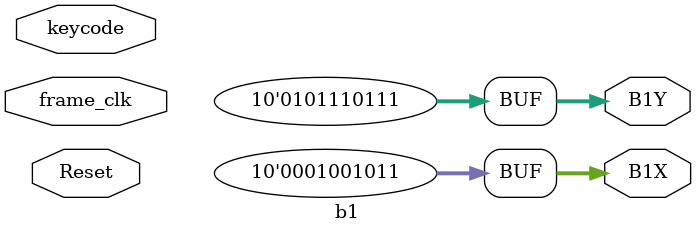
<source format=sv>



module  b1 ( input Reset, frame_clk, input [7:0] keycode,
               output [9:0]  B1X, B1Y);
    
       
    assign B1X = 75;
   
    assign B1Y = 375;
    

endmodule

</source>
